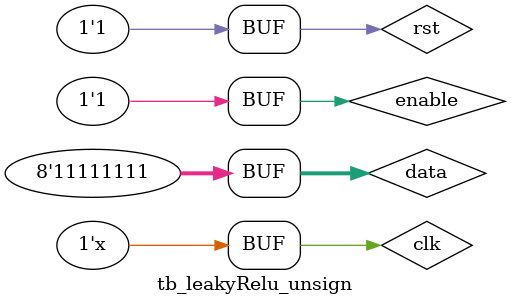
<source format=v>
`timescale 1ns / 1ps


module tb_leakyRelu_unsign();
reg             clk;
reg             rst;
reg             enable;
reg     [7:0]   data;
wire    [7:0]   dataOut;
wire    rdy;

 
leakyRelu_unsign test1(
    .iClk(clk),
    .iRst(rst),
    
    //data
    .data(data),
    .dataOut(dataOut),    
    
    //control,
    .enable(enable),
    .rdy(rdy)
    );

    
initial
begin
    clk =  0;
    rst =  0;
    #1  rst =   1;
    #1  rst =   0;
    #1  rst =   1;
    enable  =   1;
 #15 data=8'b00000000;
        #15 data=8'b00000001;
        #15 data=8'b00000010;
        #15 data=8'b00000011;
        #15 data=8'b00000100;
        #15 data=8'b00000101;
        #15 data=8'b00000110;
        #15 data=8'b00000111;
        #15 data=8'b00001000;
        #15 data=8'b00001001;
        #15 data=8'b00001010;
        #15 data=8'b00001011;
        #15 data=8'b00001100;
        #15 data=8'b00001101;
        #15 data=8'b00001110;
        #15 data=8'b00001111;
        #15 data=8'b00010000;
        #15 data=8'b00010001;
        #15 data=8'b00010010;
        #15 data=8'b00010011;
        #15 data=8'b00010100;
        #15 data=8'b00010101;
        #15 data=8'b00010110;
        #15 data=8'b00010111;
        #15 data=8'b00011000;
        #15 data=8'b00011001;
        #15 data=8'b00011010;
        #15 data=8'b00011011;
        #15 data=8'b00011100;
        #15 data=8'b00011101;
        #15 data=8'b00011110;
        #15 data=8'b00011111;
        #15 data=8'b00100000;
        #15 data=8'b00100001;
        #15 data=8'b00100010;
        #15 data=8'b00100011;
        #15 data=8'b00100100;
        #15 data=8'b00100101;
        #15 data=8'b00100110;
        #15 data=8'b00100111;
        #15 data=8'b00101000;
        #15 data=8'b00101001;
        #15 data=8'b00101010;
        #15 data=8'b00101011;
        #15 data=8'b00101100;
        #15 data=8'b00101101;
        #15 data=8'b00101110;
        #15 data=8'b00101111;
        #15 data=8'b00110000;
        #15 data=8'b00110001;
        #15 data=8'b00110010;
        #15 data=8'b00110011;
        #15 data=8'b00110100;
        #15 data=8'b00110101;
        #15 data=8'b00110110;
        #15 data=8'b00110111;
        #15 data=8'b00111000;
        #15 data=8'b00111001;
        #15 data=8'b00111010;
        #15 data=8'b00111011;
        #15 data=8'b00111100;
        #15 data=8'b00111101;
        #15 data=8'b00111110;
        #15 data=8'b00111111;
        #15 data=8'b01000000;
        #15 data=8'b01000001;
        #15 data=8'b01000010;
        #15 data=8'b01000011;
        #15 data=8'b01000100;
        #15 data=8'b01000101;
        #15 data=8'b01000110;
        #15 data=8'b01000111;
        #15 data=8'b01001000;
        #15 data=8'b01001001;
        #15 data=8'b01001010;
        #15 data=8'b01001011;
        #15 data=8'b01001100;
        #15 data=8'b01001101;
        #15 data=8'b01001110;
        #15 data=8'b01001111;
        #15 data=8'b01010000;
        #15 data=8'b01010001;
        #15 data=8'b01010010;
        #15 data=8'b01010011;
        #15 data=8'b01010100;
        #15 data=8'b01010101;
        #15 data=8'b01010110;
        #15 data=8'b01010111;
        #15 data=8'b01011000;
        #15 data=8'b01011001;
        #15 data=8'b01011010;
        #15 data=8'b01011011;
        #15 data=8'b01011100;
        #15 data=8'b01011101;
        #15 data=8'b01011110;
        #15 data=8'b01011111;
        #15 data=8'b01100000;
        #15 data=8'b01100001;
        #15 data=8'b01100010;
        #15 data=8'b01100011;
        #15 data=8'b01100100;
        #15 data=8'b01100101;
        #15 data=8'b01100110;
        #15 data=8'b01100111;
        #15 data=8'b01101000;
        #15 data=8'b01101001;
        #15 data=8'b01101010;
        #15 data=8'b01101011;
        #15 data=8'b01101100;
        #15 data=8'b01101101;
        #15 data=8'b01101110;
        #15 data=8'b01101111;
        #15 data=8'b01110000;
        #15 data=8'b01110001;
        #15 data=8'b01110010;
        #15 data=8'b01110011;
        #15 data=8'b01110100;
        #15 data=8'b01110101;
        #15 data=8'b01110110;
        #15 data=8'b01110111;
        #15 data=8'b01111000;
        #15 data=8'b01111001;
        #15 data=8'b01111010;
        #15 data=8'b01111011;
        #15 data=8'b01111100;
        #15 data=8'b01111101;
        #15 data=8'b01111110;
        #15 data=8'b01111111;
        #15 data=8'b10000000;
        #15 data=8'b10000001;
        #15 data=8'b10000010;
        #15 data=8'b10000011;
        #15 data=8'b10000100;
        #15 data=8'b10000101;
        #15 data=8'b10000110;
        #15 data=8'b10000111;
        #15 data=8'b10001000;
        #15 data=8'b10001001;
        #15 data=8'b10001010;
        #15 data=8'b10001011;
        #15 data=8'b10001100;
        #15 data=8'b10001101;
        #15 data=8'b10001110;
        #15 data=8'b10001111;
        #15 data=8'b10010000;
        #15 data=8'b10010001;
        #15 data=8'b10010010;
        #15 data=8'b10010011;
        #15 data=8'b10010100;
        #15 data=8'b10010101;
        #15 data=8'b10010110;
        #15 data=8'b10010111;
        #15 data=8'b10011000;
        #15 data=8'b10011001;
        #15 data=8'b10011010;
        #15 data=8'b10011011;
        #15 data=8'b10011100;
        #15 data=8'b10011101;
        #15 data=8'b10011110;
        #15 data=8'b10011111;
        #15 data=8'b10100000;
        #15 data=8'b10100001;
        #15 data=8'b10100010;
        #15 data=8'b10100011;
        #15 data=8'b10100100;
        #15 data=8'b10100101;
        #15 data=8'b10100110;
        #15 data=8'b10100111;
        #15 data=8'b10101000;
        #15 data=8'b10101001;
        #15 data=8'b10101010;
        #15 data=8'b10101011;
        #15 data=8'b10101100;
        #15 data=8'b10101101;
        #15 data=8'b10101110;
        #15 data=8'b10101111;
        #15 data=8'b10110000;
        #15 data=8'b10110001;
        #15 data=8'b10110010;
        #15 data=8'b10110011;
        #15 data=8'b10110100;
        #15 data=8'b10110101;
        #15 data=8'b10110110;
        #15 data=8'b10110111;
        #15 data=8'b10111000;
        #15 data=8'b10111001;
        #15 data=8'b10111010;
        #15 data=8'b10111011;
        #15 data=8'b10111100;
        #15 data=8'b10111101;
        #15 data=8'b10111110;
        #15 data=8'b10111111;
        #15 data=8'b11000000;
        #15 data=8'b11000001;
        #15 data=8'b11000010;
        #15 data=8'b11000011;
        #15 data=8'b11000100;
        #15 data=8'b11000101;
        #15 data=8'b11000110;
        #15 data=8'b11000111;
        #15 data=8'b11001000;
        #15 data=8'b11001001;
        #15 data=8'b11001010;
        #15 data=8'b11001011;
        #15 data=8'b11001100;
        #15 data=8'b11001101;
        #15 data=8'b11001110;
        #15 data=8'b11001111;
        #15 data=8'b11010000;
        #15 data=8'b11010001;
        #15 data=8'b11010010;
        #15 data=8'b11010011;
        #15 data=8'b11010100;
        #15 data=8'b11010101;
        #15 data=8'b11010110;
        #15 data=8'b11010111;
        #15 data=8'b11011000;
        #15 data=8'b11011001;
        #15 data=8'b11011010;
        #15 data=8'b11011011;
        #15 data=8'b11011100;
        #15 data=8'b11011101;
        #15 data=8'b11011110;
        #15 data=8'b11011111;
        #15 data=8'b11100000;
        #15 data=8'b11100001;
        #15 data=8'b11100010;
        #15 data=8'b11100011;
        #15 data=8'b11100100;
        #15 data=8'b11100101;
        #15 data=8'b11100110;
        #15 data=8'b11100111;
        #15 data=8'b11101000;
        #15 data=8'b11101001;
        #15 data=8'b11101010;
        #15 data=8'b11101011;
        #15 data=8'b11101100;
        #15 data=8'b11101101;
        #15 data=8'b11101110;
        #15 data=8'b11101111;
        #15 data=8'b11110000;
        #15 data=8'b11110001;
        #15 data=8'b11110010;
        #15 data=8'b11110011;
        #15 data=8'b11110100;
        #15 data=8'b11110101;
        #15 data=8'b11110110;
        #15 data=8'b11110111;
        #15 data=8'b11111000;
        #15 data=8'b11111001;
        #15 data=8'b11111010;
        #15 data=8'b11111011;
        #15 data=8'b11111100;
        #15 data=8'b11111101;
        #15 data=8'b11111110;
        #15 data=8'b11111111;
end

always # 5 clk = ~ clk;
    
endmodule

</source>
